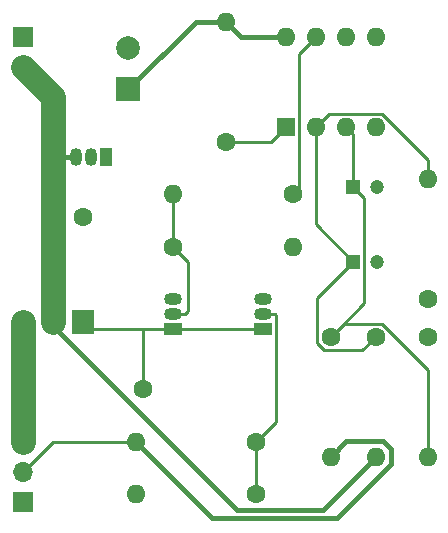
<source format=gbr>
%TF.GenerationSoftware,KiCad,Pcbnew,5.1.6~rc1+dfsg1-1*%
%TF.CreationDate,2020-04-25T08:39:34-07:00*%
%TF.ProjectId,Radio-Power,52616469-6f2d-4506-9f77-65722e6b6963,rev?*%
%TF.SameCoordinates,Original*%
%TF.FileFunction,Copper,L1,Top*%
%TF.FilePolarity,Positive*%
%FSLAX46Y46*%
G04 Gerber Fmt 4.6, Leading zero omitted, Abs format (unit mm)*
G04 Created by KiCad (PCBNEW 5.1.6~rc1+dfsg1-1) date 2020-04-25 08:39:34*
%MOMM*%
%LPD*%
G01*
G04 APERTURE LIST*
%TA.AperFunction,ComponentPad*%
%ADD10C,1.600000*%
%TD*%
%TA.AperFunction,ComponentPad*%
%ADD11R,1.050000X1.500000*%
%TD*%
%TA.AperFunction,ComponentPad*%
%ADD12O,1.050000X1.500000*%
%TD*%
%TA.AperFunction,ComponentPad*%
%ADD13C,1.200000*%
%TD*%
%TA.AperFunction,ComponentPad*%
%ADD14R,1.200000X1.200000*%
%TD*%
%TA.AperFunction,ComponentPad*%
%ADD15O,1.600000X1.600000*%
%TD*%
%TA.AperFunction,ComponentPad*%
%ADD16R,1.600000X1.600000*%
%TD*%
%TA.AperFunction,ComponentPad*%
%ADD17O,1.905000X2.000000*%
%TD*%
%TA.AperFunction,ComponentPad*%
%ADD18R,1.905000X2.000000*%
%TD*%
%TA.AperFunction,ComponentPad*%
%ADD19O,1.700000X1.700000*%
%TD*%
%TA.AperFunction,ComponentPad*%
%ADD20R,1.700000X1.700000*%
%TD*%
%TA.AperFunction,ComponentPad*%
%ADD21C,2.000000*%
%TD*%
%TA.AperFunction,ComponentPad*%
%ADD22R,2.000000X2.000000*%
%TD*%
%TA.AperFunction,ComponentPad*%
%ADD23R,1.500000X1.050000*%
%TD*%
%TA.AperFunction,ComponentPad*%
%ADD24O,1.500000X1.050000*%
%TD*%
%TA.AperFunction,Conductor*%
%ADD25C,0.250000*%
%TD*%
%TA.AperFunction,Conductor*%
%ADD26C,0.400000*%
%TD*%
%TA.AperFunction,Conductor*%
%ADD27C,2.100000*%
%TD*%
G04 APERTURE END LIST*
D10*
%TO.P,C4,2*%
%TO.N,GND*%
X22860000Y-33020000D03*
%TO.P,C4,1*%
%TO.N,Switched*%
X20360000Y-33020000D03*
%TD*%
D11*
%TO.P,U1,1*%
%TO.N,5V*%
X24765000Y-27940000D03*
D12*
%TO.P,U1,3*%
%TO.N,Switched*%
X22225000Y-27940000D03*
%TO.P,U1,2*%
%TO.N,GND*%
X23495000Y-27940000D03*
%TD*%
D13*
%TO.P,C3,2*%
%TO.N,GND*%
X47720000Y-36830000D03*
D14*
%TO.P,C3,1*%
%TO.N,Net-(C3-Pad1)*%
X45720000Y-36830000D03*
%TD*%
D13*
%TO.P,C1,2*%
%TO.N,GND*%
X47720000Y-30480000D03*
D14*
%TO.P,C1,1*%
%TO.N,Net-(C1-Pad1)*%
X45720000Y-30480000D03*
%TD*%
D15*
%TO.P,R10,2*%
%TO.N,Bat+*%
X17780000Y-47625000D03*
D10*
%TO.P,R10,1*%
%TO.N,Net-(Q1-Pad1)*%
X27940000Y-47625000D03*
%TD*%
D15*
%TO.P,U2,8*%
%TO.N,5V*%
X40005000Y-17780000D03*
%TO.P,U2,4*%
%TO.N,GND*%
X47625000Y-25400000D03*
%TO.P,U2,7*%
%TO.N,Net-(R4-Pad1)*%
X42545000Y-17780000D03*
%TO.P,U2,3*%
%TO.N,Net-(C1-Pad1)*%
X45085000Y-25400000D03*
%TO.P,U2,6*%
%TO.N,Net-(U2-Pad6)*%
X45085000Y-17780000D03*
%TO.P,U2,2*%
%TO.N,Net-(C3-Pad1)*%
X42545000Y-25400000D03*
%TO.P,U2,5*%
%TO.N,Net-(U2-Pad5)*%
X47625000Y-17780000D03*
D16*
%TO.P,U2,1*%
%TO.N,Net-(R9-Pad1)*%
X40005000Y-25400000D03*
%TD*%
D17*
%TO.P,Q2,3*%
%TO.N,Bat+*%
X17780000Y-41910000D03*
%TO.P,Q2,2*%
%TO.N,Switched*%
X20320000Y-41910000D03*
D18*
%TO.P,Q2,1*%
%TO.N,Net-(Q1-Pad1)*%
X22860000Y-41910000D03*
%TD*%
D15*
%TO.P,R9,2*%
%TO.N,5V*%
X34925000Y-16510000D03*
D10*
%TO.P,R9,1*%
%TO.N,Net-(R9-Pad1)*%
X34925000Y-26670000D03*
%TD*%
D15*
%TO.P,R8,2*%
%TO.N,Net-(C3-Pad1)*%
X52070000Y-29845000D03*
D10*
%TO.P,R8,1*%
%TO.N,GND*%
X52070000Y-40005000D03*
%TD*%
D15*
%TO.P,R7,2*%
%TO.N,Switched*%
X47625000Y-53340000D03*
D10*
%TO.P,R7,1*%
%TO.N,Net-(C3-Pad1)*%
X47625000Y-43180000D03*
%TD*%
D15*
%TO.P,R6,2*%
%TO.N,Net-(C1-Pad1)*%
X52070000Y-53340000D03*
D10*
%TO.P,R6,1*%
%TO.N,GND*%
X52070000Y-43180000D03*
%TD*%
D15*
%TO.P,R5,2*%
%TO.N,ACC*%
X43815000Y-53340000D03*
D10*
%TO.P,R5,1*%
%TO.N,Net-(C1-Pad1)*%
X43815000Y-43180000D03*
%TD*%
D15*
%TO.P,R4,2*%
%TO.N,Net-(Q3-Pad2)*%
X30480000Y-31115000D03*
D10*
%TO.P,R4,1*%
%TO.N,Net-(R4-Pad1)*%
X40640000Y-31115000D03*
%TD*%
D15*
%TO.P,R3,2*%
%TO.N,GND*%
X40640000Y-35560000D03*
D10*
%TO.P,R3,1*%
%TO.N,Net-(Q3-Pad2)*%
X30480000Y-35560000D03*
%TD*%
D15*
%TO.P,R2,2*%
%TO.N,GND*%
X27305000Y-56515000D03*
D10*
%TO.P,R2,1*%
%TO.N,Net-(Q1-Pad2)*%
X37465000Y-56515000D03*
%TD*%
D15*
%TO.P,R1,2*%
%TO.N,ACC*%
X27305000Y-52070000D03*
D10*
%TO.P,R1,1*%
%TO.N,Net-(Q1-Pad2)*%
X37465000Y-52070000D03*
%TD*%
D19*
%TO.P,J2,2*%
%TO.N,Switched*%
X17780000Y-20320000D03*
D20*
%TO.P,J2,1*%
%TO.N,GND*%
X17780000Y-17780000D03*
%TD*%
D19*
%TO.P,J1,3*%
%TO.N,Bat+*%
X17780000Y-52070000D03*
%TO.P,J1,2*%
%TO.N,ACC*%
X17780000Y-54610000D03*
D20*
%TO.P,J1,1*%
%TO.N,GND*%
X17780000Y-57150000D03*
%TD*%
D21*
%TO.P,C2,2*%
%TO.N,GND*%
X26670000Y-18725000D03*
D22*
%TO.P,C2,1*%
%TO.N,5V*%
X26670000Y-22225000D03*
%TD*%
D23*
%TO.P,Q3,1*%
%TO.N,Net-(Q1-Pad1)*%
X30480000Y-42545000D03*
D24*
%TO.P,Q3,3*%
%TO.N,GND*%
X30480000Y-40005000D03*
%TO.P,Q3,2*%
%TO.N,Net-(Q3-Pad2)*%
X30480000Y-41275000D03*
%TD*%
D23*
%TO.P,Q1,1*%
%TO.N,Net-(Q1-Pad1)*%
X38100000Y-42545000D03*
D24*
%TO.P,Q1,3*%
%TO.N,GND*%
X38100000Y-40005000D03*
%TO.P,Q1,2*%
%TO.N,Net-(Q1-Pad2)*%
X38100000Y-41275000D03*
%TD*%
D25*
%TO.N,Net-(Q1-Pad1)*%
X27940000Y-47625000D02*
X27940000Y-42545000D01*
X27940000Y-42545000D02*
X30480000Y-42545000D01*
X30480000Y-42545000D02*
X38100000Y-42545000D01*
X23495000Y-42545000D02*
X22860000Y-41910000D01*
X27940000Y-42545000D02*
X23495000Y-42545000D01*
%TO.N,Net-(Q1-Pad2)*%
X39175001Y-50359999D02*
X37465000Y-52070000D01*
X39175001Y-41350001D02*
X39175001Y-50359999D01*
X39100000Y-41275000D02*
X39175001Y-41350001D01*
X38100000Y-41275000D02*
X39100000Y-41275000D01*
X37465000Y-52070000D02*
X37465000Y-56515000D01*
%TO.N,Net-(Q3-Pad2)*%
X30480000Y-31115000D02*
X30480000Y-35560000D01*
X30480000Y-35560000D02*
X31750000Y-36830000D01*
X31750000Y-41005000D02*
X31480000Y-41275000D01*
X31480000Y-41275000D02*
X30480000Y-41275000D01*
X31750000Y-36830000D02*
X31750000Y-41005000D01*
D26*
%TO.N,5V*%
X36195000Y-17780000D02*
X34925000Y-16510000D01*
X40005000Y-17780000D02*
X36195000Y-17780000D01*
X32385000Y-16510000D02*
X26670000Y-22225000D01*
X34925000Y-16510000D02*
X32385000Y-16510000D01*
D25*
%TO.N,Net-(R4-Pad1)*%
X41130001Y-19194999D02*
X42545000Y-17780000D01*
X41130001Y-30624999D02*
X41130001Y-19194999D01*
X40640000Y-31115000D02*
X41130001Y-30624999D01*
%TO.N,Net-(R9-Pad1)*%
X38735000Y-26670000D02*
X40005000Y-25400000D01*
X34925000Y-26670000D02*
X38735000Y-26670000D01*
D27*
%TO.N,Switched*%
X20320000Y-41910000D02*
X20320000Y-33020000D01*
X20320000Y-22860000D02*
X17780000Y-20320000D01*
D26*
X20320000Y-42222502D02*
X20320000Y-41910000D01*
X35912499Y-57815001D02*
X20320000Y-42222502D01*
X43149999Y-57815001D02*
X35912499Y-57815001D01*
X47625000Y-53340000D02*
X43149999Y-57815001D01*
X20955000Y-27940000D02*
X20320000Y-27305000D01*
X22225000Y-27940000D02*
X20955000Y-27940000D01*
D27*
X20320000Y-27305000D02*
X20320000Y-22860000D01*
X20320000Y-33020000D02*
X20320000Y-27305000D01*
%TO.N,Bat+*%
X17780000Y-52070000D02*
X17780000Y-47625000D01*
X17780000Y-47625000D02*
X17780000Y-41910000D01*
D25*
%TO.N,ACC*%
X20320000Y-52070000D02*
X17780000Y-54610000D01*
X27305000Y-52070000D02*
X20320000Y-52070000D01*
D26*
X44373991Y-58515011D02*
X33750011Y-58515011D01*
X48925001Y-53964001D02*
X44373991Y-58515011D01*
X48925001Y-52715999D02*
X48925001Y-53964001D01*
X48249001Y-52039999D02*
X48925001Y-52715999D01*
X45115001Y-52039999D02*
X48249001Y-52039999D01*
X33750011Y-58515011D02*
X27305000Y-52070000D01*
X43815000Y-53340000D02*
X45115001Y-52039999D01*
D25*
%TO.N,Net-(C1-Pad1)*%
X45720000Y-26035000D02*
X45085000Y-25400000D01*
X45720000Y-30480000D02*
X45720000Y-26035000D01*
X46645001Y-31405001D02*
X45720000Y-30480000D01*
X46645001Y-40349999D02*
X46645001Y-31405001D01*
X43815000Y-43180000D02*
X46645001Y-40349999D01*
X44940001Y-42054999D02*
X43815000Y-43180000D01*
X48165001Y-42054999D02*
X44940001Y-42054999D01*
X52070000Y-45959998D02*
X48165001Y-42054999D01*
X52070000Y-53340000D02*
X52070000Y-45959998D01*
%TO.N,Net-(C3-Pad1)*%
X42545000Y-33655000D02*
X42545000Y-25400000D01*
X45720000Y-36830000D02*
X42545000Y-33655000D01*
X52070000Y-28179998D02*
X52070000Y-29845000D01*
X48165001Y-24274999D02*
X52070000Y-28179998D01*
X43670001Y-24274999D02*
X48165001Y-24274999D01*
X42545000Y-25400000D02*
X43670001Y-24274999D01*
X42689999Y-43720001D02*
X42689999Y-39860001D01*
X42689999Y-39860001D02*
X45720000Y-36830000D01*
X43274999Y-44305001D02*
X42689999Y-43720001D01*
X46499999Y-44305001D02*
X43274999Y-44305001D01*
X47625000Y-43180000D02*
X46499999Y-44305001D01*
%TD*%
M02*

</source>
